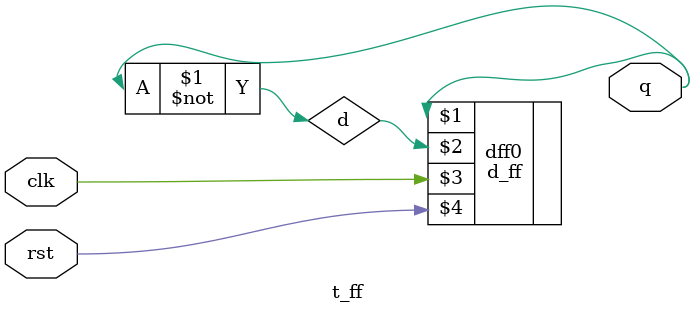
<source format=v>
module t_ff
(
        q,
        clk,
        rst
);

output  q;
input   clk;
input   rst;

wire    d;

d_ff dff0(q, d, clk, rst);
not n1(d, q);

endmodule

</source>
